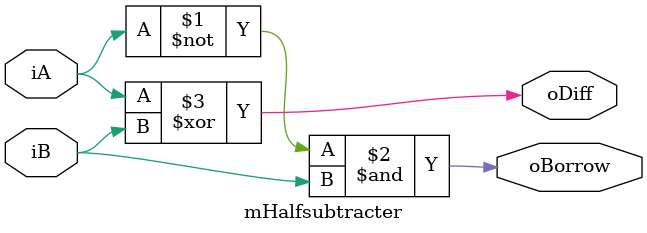
<source format=v>
module mHalfsubtracter( input iA,			//data input A
								input iB,			//data input B
								output oDiff,		//difference out
								output oBorrow	//borrow out
								);
						 
assign oBorrow = ~iA & iB;
assign oDiff = iA^iB;

endmodule
</source>
